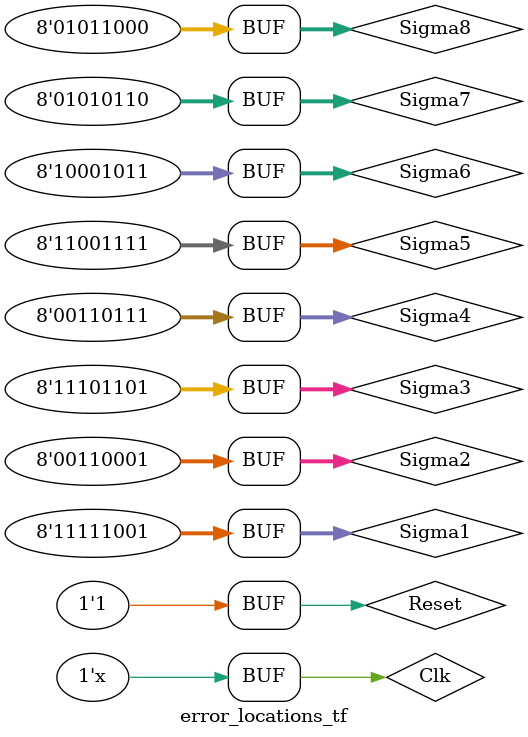
<source format=v>
`timescale 1ns / 1ps


module error_locations_tf;

	// Inputs
	reg Clk;
	reg Reset;
	reg [7:0] Sigma1;
	reg [7:0] Sigma2;
	reg [7:0] Sigma3;
	reg [7:0] Sigma4;
	reg [7:0] Sigma5;
	reg [7:0] Sigma6;
	reg [7:0] Sigma7;
	reg [7:0] Sigma8;

	// Outputs
	wire [7:0] Location1;
	wire [7:0] Location2;
	wire [7:0] Location3;
	wire [7:0] Location4;
	wire [7:0] Location5;
	wire [7:0] Location6;
	wire [7:0] Location7;
	wire [7:0] Location8;

	// Instantiate the Unit Under Test (UUT)
	Error_Locations uut (
		.Clk(Clk), 
		.Reset(Reset), 
		.Sigma1(Sigma1), 
		.Sigma2(Sigma2), 
		.Sigma3(Sigma3), 
		.Sigma4(Sigma4), 
		.Sigma5(Sigma5), 
		.Sigma6(Sigma6), 
		.Sigma7(Sigma7), 
		.Sigma8(Sigma8), 
		.Location1(Location1), 
		.Location2(Location2), 
		.Location3(Location3), 
		.Location4(Location4), 
		.Location5(Location5), 
		.Location6(Location6), 
		.Location7(Location7), 
		.Location8(Location8)
	);

	initial begin
		// Initialize Inputs
		Sigma1 = 8'd249;
		Sigma2 = 8'd49;
		Sigma3 = 8'd237;
		Sigma4 = 8'd55;
		Sigma5 = 8'd207;
		Sigma6 = 8'd139;
		Sigma7 = 8'd86;
		Sigma8 = 8'd88;
		Clk = 0;
		Reset = 0;

		// Wait 100 ns for global reset to finish
		#2;
		Reset = 1'b1; 
        
		// Add stimulus here

	end
      
	always #1 Clk = ~Clk;
      
endmodule


</source>
